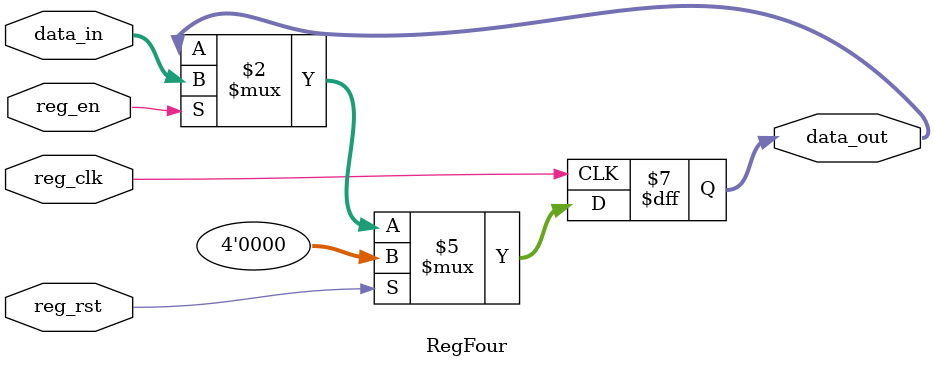
<source format=v>

module RegFour(output reg [3:0] data_out, input [3:0] data_in, input reg_clk, reg_rst, reg_en);

  always @ (posedge reg_clk) begin
    if (reg_rst)
      data_out <= 4'b0000;
    else if (reg_en)
      data_out <= data_in;
  end
  
endmodule
</source>
